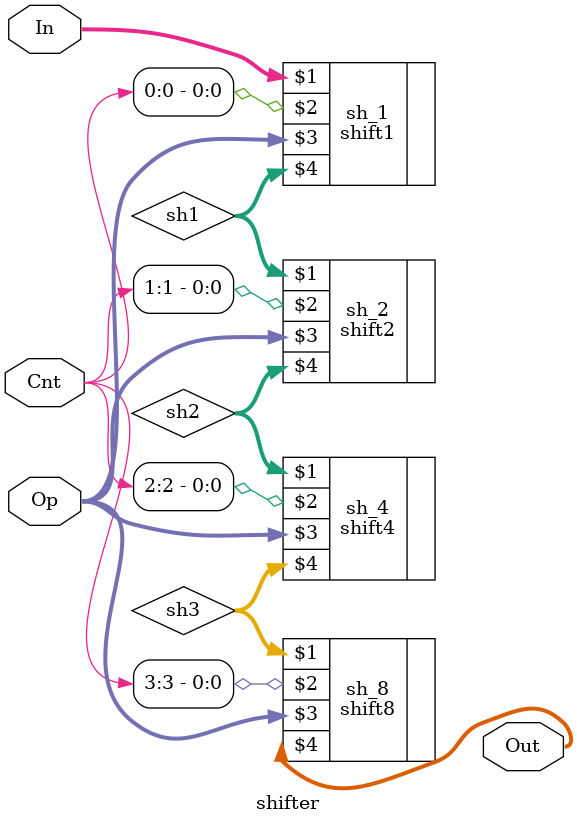
<source format=v>
module shifter (In, Cnt, Op, Out);
   
    input [15:0] In;
    input [3:0]  Cnt;
    input [1:0]  Op;
    output [15:0] Out;

    wire [15:0] sh1, sh2, sh3;
    

    // barrel 1
    shift1 sh_1 (In , Cnt[0], Op, sh1);
    // barrel 2
    shift2 sh_2 (sh1, Cnt[1], Op, sh2);
    // barrel 4
    shift4 sh_4 (sh2, Cnt[2], Op, sh3);
    // barrel 8
    shift8 sh_8 (sh3, Cnt[3], Op, Out);
    
endmodule


</source>
